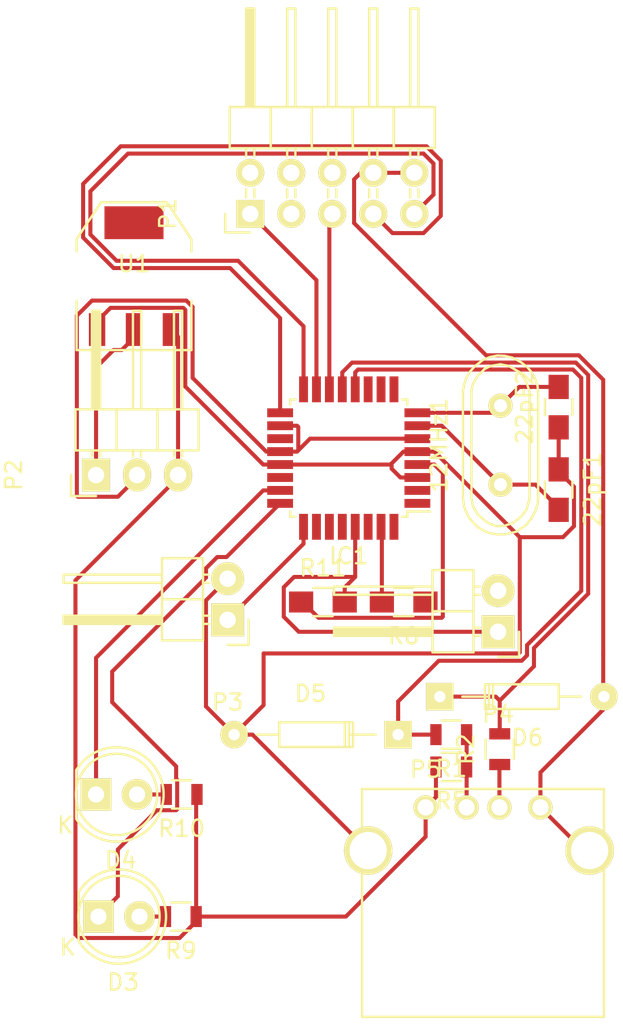
<source format=kicad_pcb>
(kicad_pcb (version 4) (host pcbnew "(2015-07-11 BZR 5925, Git c291b88)-product")

  (general
    (links 52)
    (no_connects 18)
    (area 0 0 0 0)
    (thickness 1.6)
    (drawings 5)
    (tracks 196)
    (zones 0)
    (modules 21)
    (nets 35)
  )

  (page A4)
  (layers
    (0 F.Cu signal)
    (31 B.Cu signal)
    (32 B.Adhes user)
    (33 F.Adhes user)
    (34 B.Paste user hide)
    (35 F.Paste user)
    (36 B.SilkS user)
    (37 F.SilkS user)
    (38 B.Mask user)
    (39 F.Mask user)
    (40 Dwgs.User user)
    (41 Cmts.User user)
    (42 Eco1.User user)
    (43 Eco2.User user)
    (44 Edge.Cuts user)
    (45 Margin user)
    (46 B.CrtYd user)
    (47 F.CrtYd user)
    (48 B.Fab user)
    (49 F.Fab user)
  )

  (setup
    (last_trace_width 0.25)
    (trace_clearance 0.2)
    (zone_clearance 0.508)
    (zone_45_only no)
    (trace_min 0.2)
    (segment_width 0.2)
    (edge_width 0.1)
    (via_size 0.6)
    (via_drill 0.4)
    (via_min_size 0.4)
    (via_min_drill 0.3)
    (uvia_size 0.3)
    (uvia_drill 0.1)
    (uvias_allowed no)
    (uvia_min_size 0.2)
    (uvia_min_drill 0.1)
    (pcb_text_width 0.3)
    (pcb_text_size 1.5 1.5)
    (mod_edge_width 0.15)
    (mod_text_size 1 1)
    (mod_text_width 0.15)
    (pad_size 1.5 1.5)
    (pad_drill 0.6)
    (pad_to_mask_clearance 0)
    (aux_axis_origin 0 0)
    (visible_elements FFFFFF7F)
    (pcbplotparams
      (layerselection 0x00030_80000001)
      (usegerberextensions false)
      (excludeedgelayer true)
      (linewidth 0.100000)
      (plotframeref false)
      (viasonmask false)
      (mode 1)
      (useauxorigin false)
      (hpglpennumber 1)
      (hpglpenspeed 20)
      (hpglpendiameter 15)
      (hpglpenoverlay 2)
      (psnegative false)
      (psa4output false)
      (plotreference true)
      (plotvalue true)
      (plotinvisibletext false)
      (padsonsilk false)
      (subtractmaskfromsilk false)
      (outputformat 1)
      (mirror false)
      (drillshape 1)
      (scaleselection 1)
      (outputdirectory ""))
  )

  (net 0 "")
  (net 1 XTAL1)
  (net 2 XTAL2)
  (net 3 GND)
  (net 4 LED1)
  (net 5 "Net-(D3-Pad2)")
  (net 6 LED2)
  (net 7 "Net-(D4-Pad2)")
  (net 8 USB_D-)
  (net 9 USB_D+)
  (net 10 MOSI)
  (net 11 VCC)
  (net 12 TXD)
  (net 13 RST_SS)
  (net 14 RXD)
  (net 15 SCK)
  (net 16 MISO)
  (net 17 "Net-(P2-Pad1)")
  (net 18 +5V)
  (net 19 SlowCLK)
  (net 20 Reset)
  (net 21 "Net-(P5-Pad3)")
  (net 22 "Net-(P5-Pad2)")
  (net 23 "Net-(IC1-Pad31)")
  (net 24 "Net-(IC1-Pad1)")
  (net 25 "Net-(IC1-Pad2)")
  (net 26 "Net-(IC1-Pad9)")
  (net 27 "Net-(IC1-Pad10)")
  (net 28 "Net-(IC1-Pad11)")
  (net 29 "Net-(IC1-Pad19)")
  (net 30 "Net-(IC1-Pad22)")
  (net 31 "Net-(IC1-Pad26)")
  (net 32 "Net-(IC1-Pad27)")
  (net 33 "Net-(IC1-Pad28)")
  (net 34 "Net-(IC1-Pad32)")

  (net_class Default "This is the default net class."
    (clearance 0.2)
    (trace_width 0.25)
    (via_dia 0.6)
    (via_drill 0.4)
    (uvia_dia 0.3)
    (uvia_drill 0.1)
    (add_net +5V)
    (add_net GND)
    (add_net LED1)
    (add_net LED2)
    (add_net MISO)
    (add_net MOSI)
    (add_net "Net-(D3-Pad2)")
    (add_net "Net-(D4-Pad2)")
    (add_net "Net-(IC1-Pad1)")
    (add_net "Net-(IC1-Pad10)")
    (add_net "Net-(IC1-Pad11)")
    (add_net "Net-(IC1-Pad19)")
    (add_net "Net-(IC1-Pad2)")
    (add_net "Net-(IC1-Pad22)")
    (add_net "Net-(IC1-Pad26)")
    (add_net "Net-(IC1-Pad27)")
    (add_net "Net-(IC1-Pad28)")
    (add_net "Net-(IC1-Pad31)")
    (add_net "Net-(IC1-Pad32)")
    (add_net "Net-(IC1-Pad9)")
    (add_net "Net-(P2-Pad1)")
    (add_net "Net-(P5-Pad2)")
    (add_net "Net-(P5-Pad3)")
    (add_net RST_SS)
    (add_net RXD)
    (add_net Reset)
    (add_net SCK)
    (add_net SlowCLK)
    (add_net TXD)
    (add_net USB_D+)
    (add_net USB_D-)
    (add_net VCC)
    (add_net XTAL1)
    (add_net XTAL2)
  )

  (module Resistors_SMD:R_0805 (layer F.Cu) (tedit 5415CDEB) (tstamp 55C151DE)
    (at 137.45 119.1 90)
    (descr "Resistor SMD 0805, reflow soldering, Vishay (see dcrcw.pdf)")
    (tags "resistor 0805")
    (path /55BF28BD)
    (attr smd)
    (fp_text reference R2 (at 0 -2.1 90) (layer F.SilkS)
      (effects (font (size 1 1) (thickness 0.15)))
    )
    (fp_text value 68 (at 0 2.1 90) (layer F.Fab)
      (effects (font (size 1 1) (thickness 0.15)))
    )
    (fp_line (start -1.6 -1) (end 1.6 -1) (layer F.CrtYd) (width 0.05))
    (fp_line (start -1.6 1) (end 1.6 1) (layer F.CrtYd) (width 0.05))
    (fp_line (start -1.6 -1) (end -1.6 1) (layer F.CrtYd) (width 0.05))
    (fp_line (start 1.6 -1) (end 1.6 1) (layer F.CrtYd) (width 0.05))
    (fp_line (start 0.6 0.875) (end -0.6 0.875) (layer F.SilkS) (width 0.15))
    (fp_line (start -0.6 -0.875) (end 0.6 -0.875) (layer F.SilkS) (width 0.15))
    (pad 1 smd rect (at -0.95 0 90) (size 0.7 1.3) (layers F.Cu F.Paste F.Mask)
      (net 21 "Net-(P5-Pad3)"))
    (pad 2 smd rect (at 0.95 0 90) (size 0.7 1.3) (layers F.Cu F.Paste F.Mask)
      (net 9 USB_D+))
    (model Resistors_SMD.3dshapes/R_0805.wrl
      (at (xyz 0 0 0))
      (scale (xyz 1 1 1))
      (rotate (xyz 0 0 0))
    )
  )

  (module Pin_Headers:Pin_Header_Angled_2x05 (layer F.Cu) (tedit 0) (tstamp 55C15141)
    (at 122 86 90)
    (descr "Through hole pin header")
    (tags "pin header")
    (path /55BF1D85)
    (fp_text reference P1 (at 0 -5.1 90) (layer F.SilkS)
      (effects (font (size 1 1) (thickness 0.15)))
    )
    (fp_text value ISP (at 0 -3.1 90) (layer F.Fab)
      (effects (font (size 1 1) (thickness 0.15)))
    )
    (fp_line (start -1.35 -1.75) (end -1.35 11.95) (layer F.CrtYd) (width 0.05))
    (fp_line (start 13.2 -1.75) (end 13.2 11.95) (layer F.CrtYd) (width 0.05))
    (fp_line (start -1.35 -1.75) (end 13.2 -1.75) (layer F.CrtYd) (width 0.05))
    (fp_line (start -1.35 11.95) (end 13.2 11.95) (layer F.CrtYd) (width 0.05))
    (fp_line (start 1.524 10.414) (end 1.016 10.414) (layer F.SilkS) (width 0.15))
    (fp_line (start 1.524 9.906) (end 1.016 9.906) (layer F.SilkS) (width 0.15))
    (fp_line (start 1.524 7.874) (end 1.016 7.874) (layer F.SilkS) (width 0.15))
    (fp_line (start 1.524 7.366) (end 1.016 7.366) (layer F.SilkS) (width 0.15))
    (fp_line (start 1.524 -0.254) (end 1.016 -0.254) (layer F.SilkS) (width 0.15))
    (fp_line (start 1.524 0.254) (end 1.016 0.254) (layer F.SilkS) (width 0.15))
    (fp_line (start 1.524 5.334) (end 1.016 5.334) (layer F.SilkS) (width 0.15))
    (fp_line (start 1.524 4.826) (end 1.016 4.826) (layer F.SilkS) (width 0.15))
    (fp_line (start 1.524 2.794) (end 1.016 2.794) (layer F.SilkS) (width 0.15))
    (fp_line (start 1.524 2.286) (end 1.016 2.286) (layer F.SilkS) (width 0.15))
    (fp_line (start 4.064 10.414) (end 3.556 10.414) (layer F.SilkS) (width 0.15))
    (fp_line (start 4.064 9.906) (end 3.556 9.906) (layer F.SilkS) (width 0.15))
    (fp_line (start 4.064 -0.254) (end 3.556 -0.254) (layer F.SilkS) (width 0.15))
    (fp_line (start 4.064 0.254) (end 3.556 0.254) (layer F.SilkS) (width 0.15))
    (fp_line (start 4.064 2.286) (end 3.556 2.286) (layer F.SilkS) (width 0.15))
    (fp_line (start 4.064 2.794) (end 3.556 2.794) (layer F.SilkS) (width 0.15))
    (fp_line (start 4.064 7.874) (end 3.556 7.874) (layer F.SilkS) (width 0.15))
    (fp_line (start 4.064 7.366) (end 3.556 7.366) (layer F.SilkS) (width 0.15))
    (fp_line (start 4.064 5.334) (end 3.556 5.334) (layer F.SilkS) (width 0.15))
    (fp_line (start 4.064 4.826) (end 3.556 4.826) (layer F.SilkS) (width 0.15))
    (fp_line (start 0 -1.55) (end -1.15 -1.55) (layer F.SilkS) (width 0.15))
    (fp_line (start -1.15 -1.55) (end -1.15 0) (layer F.SilkS) (width 0.15))
    (fp_line (start 6.604 -0.127) (end 12.573 -0.127) (layer F.SilkS) (width 0.15))
    (fp_line (start 12.573 -0.127) (end 12.573 0.127) (layer F.SilkS) (width 0.15))
    (fp_line (start 12.573 0.127) (end 6.731 0.127) (layer F.SilkS) (width 0.15))
    (fp_line (start 6.731 0.127) (end 6.731 0) (layer F.SilkS) (width 0.15))
    (fp_line (start 6.731 0) (end 12.573 0) (layer F.SilkS) (width 0.15))
    (fp_line (start 4.064 8.89) (end 6.604 8.89) (layer F.SilkS) (width 0.15))
    (fp_line (start 4.064 8.89) (end 4.064 11.43) (layer F.SilkS) (width 0.15))
    (fp_line (start 6.604 9.906) (end 12.7 9.906) (layer F.SilkS) (width 0.15))
    (fp_line (start 12.7 9.906) (end 12.7 10.414) (layer F.SilkS) (width 0.15))
    (fp_line (start 12.7 10.414) (end 6.604 10.414) (layer F.SilkS) (width 0.15))
    (fp_line (start 6.604 11.43) (end 6.604 8.89) (layer F.SilkS) (width 0.15))
    (fp_line (start 4.064 11.43) (end 6.604 11.43) (layer F.SilkS) (width 0.15))
    (fp_line (start 4.064 3.81) (end 6.604 3.81) (layer F.SilkS) (width 0.15))
    (fp_line (start 4.064 3.81) (end 4.064 6.35) (layer F.SilkS) (width 0.15))
    (fp_line (start 4.064 6.35) (end 6.604 6.35) (layer F.SilkS) (width 0.15))
    (fp_line (start 6.604 4.826) (end 12.7 4.826) (layer F.SilkS) (width 0.15))
    (fp_line (start 12.7 4.826) (end 12.7 5.334) (layer F.SilkS) (width 0.15))
    (fp_line (start 12.7 5.334) (end 6.604 5.334) (layer F.SilkS) (width 0.15))
    (fp_line (start 6.604 6.35) (end 6.604 3.81) (layer F.SilkS) (width 0.15))
    (fp_line (start 6.604 8.89) (end 6.604 6.35) (layer F.SilkS) (width 0.15))
    (fp_line (start 12.7 7.874) (end 6.604 7.874) (layer F.SilkS) (width 0.15))
    (fp_line (start 12.7 7.366) (end 12.7 7.874) (layer F.SilkS) (width 0.15))
    (fp_line (start 6.604 7.366) (end 12.7 7.366) (layer F.SilkS) (width 0.15))
    (fp_line (start 4.064 8.89) (end 6.604 8.89) (layer F.SilkS) (width 0.15))
    (fp_line (start 4.064 6.35) (end 4.064 8.89) (layer F.SilkS) (width 0.15))
    (fp_line (start 4.064 6.35) (end 6.604 6.35) (layer F.SilkS) (width 0.15))
    (fp_line (start 4.064 1.27) (end 6.604 1.27) (layer F.SilkS) (width 0.15))
    (fp_line (start 4.064 1.27) (end 4.064 3.81) (layer F.SilkS) (width 0.15))
    (fp_line (start 4.064 3.81) (end 6.604 3.81) (layer F.SilkS) (width 0.15))
    (fp_line (start 6.604 2.286) (end 12.7 2.286) (layer F.SilkS) (width 0.15))
    (fp_line (start 12.7 2.286) (end 12.7 2.794) (layer F.SilkS) (width 0.15))
    (fp_line (start 12.7 2.794) (end 6.604 2.794) (layer F.SilkS) (width 0.15))
    (fp_line (start 6.604 3.81) (end 6.604 1.27) (layer F.SilkS) (width 0.15))
    (fp_line (start 6.604 1.27) (end 6.604 -1.27) (layer F.SilkS) (width 0.15))
    (fp_line (start 12.7 0.254) (end 6.604 0.254) (layer F.SilkS) (width 0.15))
    (fp_line (start 12.7 -0.254) (end 12.7 0.254) (layer F.SilkS) (width 0.15))
    (fp_line (start 6.604 -0.254) (end 12.7 -0.254) (layer F.SilkS) (width 0.15))
    (fp_line (start 4.064 1.27) (end 6.604 1.27) (layer F.SilkS) (width 0.15))
    (fp_line (start 4.064 -1.27) (end 4.064 1.27) (layer F.SilkS) (width 0.15))
    (fp_line (start 4.064 -1.27) (end 6.604 -1.27) (layer F.SilkS) (width 0.15))
    (pad 1 thru_hole rect (at 0 0 90) (size 1.7272 1.7272) (drill 1.016) (layers *.Cu *.Mask F.SilkS)
      (net 10 MOSI))
    (pad 2 thru_hole oval (at 2.54 0 90) (size 1.7272 1.7272) (drill 1.016) (layers *.Cu *.Mask F.SilkS)
      (net 11 VCC))
    (pad 3 thru_hole oval (at 0 2.54 90) (size 1.7272 1.7272) (drill 1.016) (layers *.Cu *.Mask F.SilkS)
      (net 3 GND))
    (pad 4 thru_hole oval (at 2.54 2.54 90) (size 1.7272 1.7272) (drill 1.016) (layers *.Cu *.Mask F.SilkS)
      (net 12 TXD))
    (pad 5 thru_hole oval (at 0 5.08 90) (size 1.7272 1.7272) (drill 1.016) (layers *.Cu *.Mask F.SilkS)
      (net 13 RST_SS))
    (pad 6 thru_hole oval (at 2.54 5.08 90) (size 1.7272 1.7272) (drill 1.016) (layers *.Cu *.Mask F.SilkS)
      (net 14 RXD))
    (pad 7 thru_hole oval (at 0 7.62 90) (size 1.7272 1.7272) (drill 1.016) (layers *.Cu *.Mask F.SilkS)
      (net 15 SCK))
    (pad 8 thru_hole oval (at 2.54 7.62 90) (size 1.7272 1.7272) (drill 1.016) (layers *.Cu *.Mask F.SilkS)
      (net 3 GND))
    (pad 9 thru_hole oval (at 0 10.16 90) (size 1.7272 1.7272) (drill 1.016) (layers *.Cu *.Mask F.SilkS)
      (net 16 MISO))
    (pad 10 thru_hole oval (at 2.54 10.16 90) (size 1.7272 1.7272) (drill 1.016) (layers *.Cu *.Mask F.SilkS)
      (net 3 GND))
    (model Pin_Headers.3dshapes/Pin_Header_Angled_2x05.wrl
      (at (xyz 0.05 -0.2 0))
      (scale (xyz 1 1 1))
      (rotate (xyz 0 0 90))
    )
  )

  (module Resistors_SMD:R_0805 (layer F.Cu) (tedit 5415CDEB) (tstamp 55C15202)
    (at 117.7 129.45 180)
    (descr "Resistor SMD 0805, reflow soldering, Vishay (see dcrcw.pdf)")
    (tags "resistor 0805")
    (path /55BF4D38)
    (attr smd)
    (fp_text reference R9 (at 0 -2.1 180) (layer F.SilkS)
      (effects (font (size 1 1) (thickness 0.15)))
    )
    (fp_text value 1K (at 0 2.1 180) (layer F.Fab)
      (effects (font (size 1 1) (thickness 0.15)))
    )
    (fp_line (start -1.6 -1) (end 1.6 -1) (layer F.CrtYd) (width 0.05))
    (fp_line (start -1.6 1) (end 1.6 1) (layer F.CrtYd) (width 0.05))
    (fp_line (start -1.6 -1) (end -1.6 1) (layer F.CrtYd) (width 0.05))
    (fp_line (start 1.6 -1) (end 1.6 1) (layer F.CrtYd) (width 0.05))
    (fp_line (start 0.6 0.875) (end -0.6 0.875) (layer F.SilkS) (width 0.15))
    (fp_line (start -0.6 -0.875) (end 0.6 -0.875) (layer F.SilkS) (width 0.15))
    (pad 1 smd rect (at -0.95 0 180) (size 0.7 1.3) (layers F.Cu F.Paste F.Mask)
      (net 18 +5V))
    (pad 2 smd rect (at 0.95 0 180) (size 0.7 1.3) (layers F.Cu F.Paste F.Mask)
      (net 5 "Net-(D3-Pad2)"))
    (model Resistors_SMD.3dshapes/R_0805.wrl
      (at (xyz 0 0 0))
      (scale (xyz 1 1 1))
      (rotate (xyz 0 0 0))
    )
  )

  (module Crystals:Crystal_HC49-U_Vertical (layer F.Cu) (tedit 0) (tstamp 55C150A3)
    (at 137.5 100.3 90)
    (descr "Crystal, Quarz, HC49/U, vertical, stehend,")
    (tags "Crystal, Quarz, HC49/U, vertical, stehend,")
    (path /55BF186C)
    (fp_text reference 12MHz1 (at 0 -3.81 90) (layer F.SilkS)
      (effects (font (size 1 1) (thickness 0.15)))
    )
    (fp_text value Crystal (at 0 3.81 90) (layer F.Fab)
      (effects (font (size 1 1) (thickness 0.15)))
    )
    (fp_line (start 4.699 -1.00076) (end 4.89966 -0.59944) (layer F.SilkS) (width 0.15))
    (fp_line (start 4.89966 -0.59944) (end 5.00126 0) (layer F.SilkS) (width 0.15))
    (fp_line (start 5.00126 0) (end 4.89966 0.50038) (layer F.SilkS) (width 0.15))
    (fp_line (start 4.89966 0.50038) (end 4.50088 1.19888) (layer F.SilkS) (width 0.15))
    (fp_line (start 4.50088 1.19888) (end 3.8989 1.6002) (layer F.SilkS) (width 0.15))
    (fp_line (start 3.8989 1.6002) (end 3.29946 1.80086) (layer F.SilkS) (width 0.15))
    (fp_line (start 3.29946 1.80086) (end -3.29946 1.80086) (layer F.SilkS) (width 0.15))
    (fp_line (start -3.29946 1.80086) (end -4.0005 1.6002) (layer F.SilkS) (width 0.15))
    (fp_line (start -4.0005 1.6002) (end -4.39928 1.30048) (layer F.SilkS) (width 0.15))
    (fp_line (start -4.39928 1.30048) (end -4.8006 0.8001) (layer F.SilkS) (width 0.15))
    (fp_line (start -4.8006 0.8001) (end -5.00126 0.20066) (layer F.SilkS) (width 0.15))
    (fp_line (start -5.00126 0.20066) (end -5.00126 -0.29972) (layer F.SilkS) (width 0.15))
    (fp_line (start -5.00126 -0.29972) (end -4.8006 -0.8001) (layer F.SilkS) (width 0.15))
    (fp_line (start -4.8006 -0.8001) (end -4.30022 -1.39954) (layer F.SilkS) (width 0.15))
    (fp_line (start -4.30022 -1.39954) (end -3.79984 -1.69926) (layer F.SilkS) (width 0.15))
    (fp_line (start -3.79984 -1.69926) (end -3.29946 -1.80086) (layer F.SilkS) (width 0.15))
    (fp_line (start -3.2004 -1.80086) (end 3.40106 -1.80086) (layer F.SilkS) (width 0.15))
    (fp_line (start 3.40106 -1.80086) (end 3.79984 -1.69926) (layer F.SilkS) (width 0.15))
    (fp_line (start 3.79984 -1.69926) (end 4.30022 -1.39954) (layer F.SilkS) (width 0.15))
    (fp_line (start 4.30022 -1.39954) (end 4.8006 -0.89916) (layer F.SilkS) (width 0.15))
    (fp_line (start -3.19024 -2.32918) (end -3.64998 -2.28092) (layer F.SilkS) (width 0.15))
    (fp_line (start -3.64998 -2.28092) (end -4.04876 -2.16916) (layer F.SilkS) (width 0.15))
    (fp_line (start -4.04876 -2.16916) (end -4.48056 -1.95072) (layer F.SilkS) (width 0.15))
    (fp_line (start -4.48056 -1.95072) (end -4.77012 -1.71958) (layer F.SilkS) (width 0.15))
    (fp_line (start -4.77012 -1.71958) (end -5.10032 -1.36906) (layer F.SilkS) (width 0.15))
    (fp_line (start -5.10032 -1.36906) (end -5.38988 -0.83058) (layer F.SilkS) (width 0.15))
    (fp_line (start -5.38988 -0.83058) (end -5.51942 -0.23114) (layer F.SilkS) (width 0.15))
    (fp_line (start -5.51942 -0.23114) (end -5.51942 0.2794) (layer F.SilkS) (width 0.15))
    (fp_line (start -5.51942 0.2794) (end -5.34924 0.98044) (layer F.SilkS) (width 0.15))
    (fp_line (start -5.34924 0.98044) (end -4.95046 1.56972) (layer F.SilkS) (width 0.15))
    (fp_line (start -4.95046 1.56972) (end -4.49072 1.94056) (layer F.SilkS) (width 0.15))
    (fp_line (start -4.49072 1.94056) (end -4.06908 2.14884) (layer F.SilkS) (width 0.15))
    (fp_line (start -4.06908 2.14884) (end -3.6195 2.30886) (layer F.SilkS) (width 0.15))
    (fp_line (start -3.6195 2.30886) (end -3.18008 2.33934) (layer F.SilkS) (width 0.15))
    (fp_line (start 4.16052 2.1209) (end 4.53898 1.89992) (layer F.SilkS) (width 0.15))
    (fp_line (start 4.53898 1.89992) (end 4.85902 1.62052) (layer F.SilkS) (width 0.15))
    (fp_line (start 4.85902 1.62052) (end 5.11048 1.29032) (layer F.SilkS) (width 0.15))
    (fp_line (start 5.11048 1.29032) (end 5.4102 0.73914) (layer F.SilkS) (width 0.15))
    (fp_line (start 5.4102 0.73914) (end 5.51942 0.26924) (layer F.SilkS) (width 0.15))
    (fp_line (start 5.51942 0.26924) (end 5.53974 -0.1905) (layer F.SilkS) (width 0.15))
    (fp_line (start 5.53974 -0.1905) (end 5.45084 -0.65024) (layer F.SilkS) (width 0.15))
    (fp_line (start 5.45084 -0.65024) (end 5.26034 -1.09982) (layer F.SilkS) (width 0.15))
    (fp_line (start 5.26034 -1.09982) (end 4.89966 -1.56972) (layer F.SilkS) (width 0.15))
    (fp_line (start 4.89966 -1.56972) (end 4.54914 -1.88976) (layer F.SilkS) (width 0.15))
    (fp_line (start 4.54914 -1.88976) (end 4.16052 -2.1209) (layer F.SilkS) (width 0.15))
    (fp_line (start 4.16052 -2.1209) (end 3.73126 -2.2606) (layer F.SilkS) (width 0.15))
    (fp_line (start 3.73126 -2.2606) (end 3.2893 -2.32918) (layer F.SilkS) (width 0.15))
    (fp_line (start -3.2004 2.32918) (end 3.2512 2.32918) (layer F.SilkS) (width 0.15))
    (fp_line (start 3.2512 2.32918) (end 3.6703 2.29108) (layer F.SilkS) (width 0.15))
    (fp_line (start 3.6703 2.29108) (end 4.16052 2.1209) (layer F.SilkS) (width 0.15))
    (fp_line (start -3.2004 -2.32918) (end 3.2512 -2.32918) (layer F.SilkS) (width 0.15))
    (pad 1 thru_hole circle (at -2.44094 0 90) (size 1.50114 1.50114) (drill 0.8001) (layers *.Cu *.Mask F.SilkS)
      (net 1 XTAL1))
    (pad 2 thru_hole circle (at 2.44094 0 90) (size 1.50114 1.50114) (drill 0.8001) (layers *.Cu *.Mask F.SilkS)
      (net 2 XTAL2))
  )

  (module Capacitors_SMD:C_0805_HandSoldering (layer F.Cu) (tedit 541A9B8D) (tstamp 55C150AF)
    (at 141.1 103.05 270)
    (descr "Capacitor SMD 0805, hand soldering")
    (tags "capacitor 0805")
    (path /55BF1990)
    (attr smd)
    (fp_text reference 22pF1 (at 0 -2.1 270) (layer F.SilkS)
      (effects (font (size 1 1) (thickness 0.15)))
    )
    (fp_text value C1 (at 0 2.1 270) (layer F.Fab)
      (effects (font (size 1 1) (thickness 0.15)))
    )
    (fp_line (start -2.3 -1) (end 2.3 -1) (layer F.CrtYd) (width 0.05))
    (fp_line (start -2.3 1) (end 2.3 1) (layer F.CrtYd) (width 0.05))
    (fp_line (start -2.3 -1) (end -2.3 1) (layer F.CrtYd) (width 0.05))
    (fp_line (start 2.3 -1) (end 2.3 1) (layer F.CrtYd) (width 0.05))
    (fp_line (start 0.5 -0.85) (end -0.5 -0.85) (layer F.SilkS) (width 0.15))
    (fp_line (start -0.5 0.85) (end 0.5 0.85) (layer F.SilkS) (width 0.15))
    (pad 1 smd rect (at -1.25 0 270) (size 1.5 1.25) (layers F.Cu F.Paste F.Mask)
      (net 3 GND))
    (pad 2 smd rect (at 1.25 0 270) (size 1.5 1.25) (layers F.Cu F.Paste F.Mask)
      (net 1 XTAL1))
    (model Capacitors_SMD.3dshapes/C_0805_HandSoldering.wrl
      (at (xyz 0 0 0))
      (scale (xyz 1 1 1))
      (rotate (xyz 0 0 0))
    )
  )

  (module Capacitors_SMD:C_0805_HandSoldering (layer F.Cu) (tedit 541A9B8D) (tstamp 55C150BB)
    (at 141.1 97.95 90)
    (descr "Capacitor SMD 0805, hand soldering")
    (tags "capacitor 0805")
    (path /55BF19B7)
    (attr smd)
    (fp_text reference 22pF2 (at 0 -2.1 90) (layer F.SilkS)
      (effects (font (size 1 1) (thickness 0.15)))
    )
    (fp_text value C2 (at 0 2.1 90) (layer F.Fab)
      (effects (font (size 1 1) (thickness 0.15)))
    )
    (fp_line (start -2.3 -1) (end 2.3 -1) (layer F.CrtYd) (width 0.05))
    (fp_line (start -2.3 1) (end 2.3 1) (layer F.CrtYd) (width 0.05))
    (fp_line (start -2.3 -1) (end -2.3 1) (layer F.CrtYd) (width 0.05))
    (fp_line (start 2.3 -1) (end 2.3 1) (layer F.CrtYd) (width 0.05))
    (fp_line (start 0.5 -0.85) (end -0.5 -0.85) (layer F.SilkS) (width 0.15))
    (fp_line (start -0.5 0.85) (end 0.5 0.85) (layer F.SilkS) (width 0.15))
    (pad 1 smd rect (at -1.25 0 90) (size 1.5 1.25) (layers F.Cu F.Paste F.Mask)
      (net 3 GND))
    (pad 2 smd rect (at 1.25 0 90) (size 1.5 1.25) (layers F.Cu F.Paste F.Mask)
      (net 2 XTAL2))
    (model Capacitors_SMD.3dshapes/C_0805_HandSoldering.wrl
      (at (xyz 0 0 0))
      (scale (xyz 1 1 1))
      (rotate (xyz 0 0 0))
    )
  )

  (module LEDs:LED-5MM (layer F.Cu) (tedit 5570F7EA) (tstamp 55C150C7)
    (at 112.6 129.45)
    (descr "LED 5mm round vertical")
    (tags "LED 5mm round vertical")
    (path /55BF4A9C)
    (fp_text reference D3 (at 1.524 4.064) (layer F.SilkS)
      (effects (font (size 1 1) (thickness 0.15)))
    )
    (fp_text value LED_GREEN (at 1.524 -3.937) (layer F.Fab)
      (effects (font (size 1 1) (thickness 0.15)))
    )
    (fp_line (start -1.5 -1.55) (end -1.5 1.55) (layer F.CrtYd) (width 0.05))
    (fp_arc (start 1.3 0) (end -1.5 1.55) (angle -302) (layer F.CrtYd) (width 0.05))
    (fp_arc (start 1.27 0) (end -1.23 -1.5) (angle 297.5) (layer F.SilkS) (width 0.15))
    (fp_line (start -1.23 1.5) (end -1.23 -1.5) (layer F.SilkS) (width 0.15))
    (fp_circle (center 1.27 0) (end 0.97 -2.5) (layer F.SilkS) (width 0.15))
    (fp_text user K (at -1.905 1.905) (layer F.SilkS)
      (effects (font (size 1 1) (thickness 0.15)))
    )
    (pad 1 thru_hole rect (at 0 0 90) (size 2 1.9) (drill 1.00076) (layers *.Cu *.Mask F.SilkS)
      (net 4 LED1))
    (pad 2 thru_hole circle (at 2.54 0) (size 1.9 1.9) (drill 1.00076) (layers *.Cu *.Mask F.SilkS)
      (net 5 "Net-(D3-Pad2)"))
    (model LEDs.3dshapes/LED-5MM.wrl
      (at (xyz 0.05 0 0))
      (scale (xyz 1 1 1))
      (rotate (xyz 0 0 90))
    )
  )

  (module LEDs:LED-5MM (layer F.Cu) (tedit 5570F7EA) (tstamp 55C150D3)
    (at 112.45 121.9)
    (descr "LED 5mm round vertical")
    (tags "LED 5mm round vertical")
    (path /55BF4AD5)
    (fp_text reference D4 (at 1.524 4.064) (layer F.SilkS)
      (effects (font (size 1 1) (thickness 0.15)))
    )
    (fp_text value LED_RED (at 1.524 -3.937) (layer F.Fab)
      (effects (font (size 1 1) (thickness 0.15)))
    )
    (fp_line (start -1.5 -1.55) (end -1.5 1.55) (layer F.CrtYd) (width 0.05))
    (fp_arc (start 1.3 0) (end -1.5 1.55) (angle -302) (layer F.CrtYd) (width 0.05))
    (fp_arc (start 1.27 0) (end -1.23 -1.5) (angle 297.5) (layer F.SilkS) (width 0.15))
    (fp_line (start -1.23 1.5) (end -1.23 -1.5) (layer F.SilkS) (width 0.15))
    (fp_circle (center 1.27 0) (end 0.97 -2.5) (layer F.SilkS) (width 0.15))
    (fp_text user K (at -1.905 1.905) (layer F.SilkS)
      (effects (font (size 1 1) (thickness 0.15)))
    )
    (pad 1 thru_hole rect (at 0 0 90) (size 2 1.9) (drill 1.00076) (layers *.Cu *.Mask F.SilkS)
      (net 6 LED2))
    (pad 2 thru_hole circle (at 2.54 0) (size 1.9 1.9) (drill 1.00076) (layers *.Cu *.Mask F.SilkS)
      (net 7 "Net-(D4-Pad2)"))
    (model LEDs.3dshapes/LED-5MM.wrl
      (at (xyz 0.05 0 0))
      (scale (xyz 1 1 1))
      (rotate (xyz 0 0 90))
    )
  )

  (module Diodes_ThroughHole:Diode_DO-35_SOD27_Horizontal_RM10 (layer F.Cu) (tedit 552FFC30) (tstamp 55C150E2)
    (at 131.16052 118.19746 180)
    (descr "Diode, DO-35,  SOD27, Horizontal, RM 10mm")
    (tags "Diode, DO-35, SOD27, Horizontal, RM 10mm, 1N4148,")
    (path /55BF2D5F)
    (fp_text reference D5 (at 5.43052 2.53746 180) (layer F.SilkS)
      (effects (font (size 1 1) (thickness 0.15)))
    )
    (fp_text value ZENERsmall (at 4.41452 -3.55854 180) (layer F.Fab)
      (effects (font (size 1 1) (thickness 0.15)))
    )
    (fp_line (start 7.36652 -0.00254) (end 8.76352 -0.00254) (layer F.SilkS) (width 0.15))
    (fp_line (start 2.92152 -0.00254) (end 1.39752 -0.00254) (layer F.SilkS) (width 0.15))
    (fp_line (start 3.30252 -0.76454) (end 3.30252 0.75946) (layer F.SilkS) (width 0.15))
    (fp_line (start 3.04852 -0.76454) (end 3.04852 0.75946) (layer F.SilkS) (width 0.15))
    (fp_line (start 2.79452 -0.00254) (end 2.79452 0.75946) (layer F.SilkS) (width 0.15))
    (fp_line (start 2.79452 0.75946) (end 7.36652 0.75946) (layer F.SilkS) (width 0.15))
    (fp_line (start 7.36652 0.75946) (end 7.36652 -0.76454) (layer F.SilkS) (width 0.15))
    (fp_line (start 7.36652 -0.76454) (end 2.79452 -0.76454) (layer F.SilkS) (width 0.15))
    (fp_line (start 2.79452 -0.76454) (end 2.79452 -0.00254) (layer F.SilkS) (width 0.15))
    (pad 2 thru_hole circle (at 10.16052 -0.00254) (size 1.69926 1.69926) (drill 0.70104) (layers *.Cu *.Mask F.SilkS)
      (net 3 GND))
    (pad 1 thru_hole rect (at 0.00052 -0.00254) (size 1.69926 1.69926) (drill 0.70104) (layers *.Cu *.Mask F.SilkS)
      (net 8 USB_D-))
    (model Diodes_ThroughHole.3dshapes/Diode_DO-35_SOD27_Horizontal_RM10.wrl
      (at (xyz 0.2 0 0))
      (scale (xyz 0.4 0.4 0.4))
      (rotate (xyz 0 0 180))
    )
  )

  (module Diodes_ThroughHole:Diode_DO-35_SOD27_Horizontal_RM10 (layer F.Cu) (tedit 552FFC30) (tstamp 55C150F1)
    (at 133.73948 115.85254)
    (descr "Diode, DO-35,  SOD27, Horizontal, RM 10mm")
    (tags "Diode, DO-35, SOD27, Horizontal, RM 10mm, 1N4148,")
    (path /55BF2D28)
    (fp_text reference D6 (at 5.43052 2.53746) (layer F.SilkS)
      (effects (font (size 1 1) (thickness 0.15)))
    )
    (fp_text value ZENERsmall (at 4.41452 -3.55854) (layer F.Fab)
      (effects (font (size 1 1) (thickness 0.15)))
    )
    (fp_line (start 7.36652 -0.00254) (end 8.76352 -0.00254) (layer F.SilkS) (width 0.15))
    (fp_line (start 2.92152 -0.00254) (end 1.39752 -0.00254) (layer F.SilkS) (width 0.15))
    (fp_line (start 3.30252 -0.76454) (end 3.30252 0.75946) (layer F.SilkS) (width 0.15))
    (fp_line (start 3.04852 -0.76454) (end 3.04852 0.75946) (layer F.SilkS) (width 0.15))
    (fp_line (start 2.79452 -0.00254) (end 2.79452 0.75946) (layer F.SilkS) (width 0.15))
    (fp_line (start 2.79452 0.75946) (end 7.36652 0.75946) (layer F.SilkS) (width 0.15))
    (fp_line (start 7.36652 0.75946) (end 7.36652 -0.76454) (layer F.SilkS) (width 0.15))
    (fp_line (start 7.36652 -0.76454) (end 2.79452 -0.76454) (layer F.SilkS) (width 0.15))
    (fp_line (start 2.79452 -0.76454) (end 2.79452 -0.00254) (layer F.SilkS) (width 0.15))
    (pad 2 thru_hole circle (at 10.16052 -0.00254 180) (size 1.69926 1.69926) (drill 0.70104) (layers *.Cu *.Mask F.SilkS)
      (net 3 GND))
    (pad 1 thru_hole rect (at 0.00052 -0.00254 180) (size 1.69926 1.69926) (drill 0.70104) (layers *.Cu *.Mask F.SilkS)
      (net 9 USB_D+))
    (model Diodes_ThroughHole.3dshapes/Diode_DO-35_SOD27_Horizontal_RM10.wrl
      (at (xyz 0.2 0 0))
      (scale (xyz 0.4 0.4 0.4))
      (rotate (xyz 0 0 180))
    )
  )

  (module Pin_Headers:Pin_Header_Angled_1x03 (layer F.Cu) (tedit 0) (tstamp 55C1516E)
    (at 112.45 102.15 90)
    (descr "Through hole pin header")
    (tags "pin header")
    (path /55BF3B0C)
    (fp_text reference P2 (at 0 -5.1 90) (layer F.SilkS)
      (effects (font (size 1 1) (thickness 0.15)))
    )
    (fp_text value VoltageSelect (at 0 -3.1 90) (layer F.Fab)
      (effects (font (size 1 1) (thickness 0.15)))
    )
    (fp_line (start -1.5 -1.75) (end -1.5 6.85) (layer F.CrtYd) (width 0.05))
    (fp_line (start 10.65 -1.75) (end 10.65 6.85) (layer F.CrtYd) (width 0.05))
    (fp_line (start -1.5 -1.75) (end 10.65 -1.75) (layer F.CrtYd) (width 0.05))
    (fp_line (start -1.5 6.85) (end 10.65 6.85) (layer F.CrtYd) (width 0.05))
    (fp_line (start -1.3 -1.55) (end -1.3 0) (layer F.SilkS) (width 0.15))
    (fp_line (start 0 -1.55) (end -1.3 -1.55) (layer F.SilkS) (width 0.15))
    (fp_line (start 4.191 -0.127) (end 10.033 -0.127) (layer F.SilkS) (width 0.15))
    (fp_line (start 10.033 -0.127) (end 10.033 0.127) (layer F.SilkS) (width 0.15))
    (fp_line (start 10.033 0.127) (end 4.191 0.127) (layer F.SilkS) (width 0.15))
    (fp_line (start 4.191 0.127) (end 4.191 0) (layer F.SilkS) (width 0.15))
    (fp_line (start 4.191 0) (end 10.033 0) (layer F.SilkS) (width 0.15))
    (fp_line (start 1.524 -0.254) (end 1.143 -0.254) (layer F.SilkS) (width 0.15))
    (fp_line (start 1.524 0.254) (end 1.143 0.254) (layer F.SilkS) (width 0.15))
    (fp_line (start 1.524 2.286) (end 1.143 2.286) (layer F.SilkS) (width 0.15))
    (fp_line (start 1.524 2.794) (end 1.143 2.794) (layer F.SilkS) (width 0.15))
    (fp_line (start 1.524 4.826) (end 1.143 4.826) (layer F.SilkS) (width 0.15))
    (fp_line (start 1.524 5.334) (end 1.143 5.334) (layer F.SilkS) (width 0.15))
    (fp_line (start 4.064 1.27) (end 4.064 -1.27) (layer F.SilkS) (width 0.15))
    (fp_line (start 10.16 0.254) (end 4.064 0.254) (layer F.SilkS) (width 0.15))
    (fp_line (start 10.16 -0.254) (end 10.16 0.254) (layer F.SilkS) (width 0.15))
    (fp_line (start 4.064 -0.254) (end 10.16 -0.254) (layer F.SilkS) (width 0.15))
    (fp_line (start 1.524 1.27) (end 4.064 1.27) (layer F.SilkS) (width 0.15))
    (fp_line (start 1.524 -1.27) (end 1.524 1.27) (layer F.SilkS) (width 0.15))
    (fp_line (start 1.524 -1.27) (end 4.064 -1.27) (layer F.SilkS) (width 0.15))
    (fp_line (start 1.524 3.81) (end 4.064 3.81) (layer F.SilkS) (width 0.15))
    (fp_line (start 1.524 3.81) (end 1.524 6.35) (layer F.SilkS) (width 0.15))
    (fp_line (start 4.064 4.826) (end 10.16 4.826) (layer F.SilkS) (width 0.15))
    (fp_line (start 10.16 4.826) (end 10.16 5.334) (layer F.SilkS) (width 0.15))
    (fp_line (start 10.16 5.334) (end 4.064 5.334) (layer F.SilkS) (width 0.15))
    (fp_line (start 4.064 6.35) (end 4.064 3.81) (layer F.SilkS) (width 0.15))
    (fp_line (start 4.064 3.81) (end 4.064 1.27) (layer F.SilkS) (width 0.15))
    (fp_line (start 10.16 2.794) (end 4.064 2.794) (layer F.SilkS) (width 0.15))
    (fp_line (start 10.16 2.286) (end 10.16 2.794) (layer F.SilkS) (width 0.15))
    (fp_line (start 4.064 2.286) (end 10.16 2.286) (layer F.SilkS) (width 0.15))
    (fp_line (start 1.524 3.81) (end 4.064 3.81) (layer F.SilkS) (width 0.15))
    (fp_line (start 1.524 1.27) (end 1.524 3.81) (layer F.SilkS) (width 0.15))
    (fp_line (start 1.524 1.27) (end 4.064 1.27) (layer F.SilkS) (width 0.15))
    (fp_line (start 1.524 6.35) (end 4.064 6.35) (layer F.SilkS) (width 0.15))
    (pad 1 thru_hole rect (at 0 0 90) (size 2.032 1.7272) (drill 1.016) (layers *.Cu *.Mask F.SilkS)
      (net 17 "Net-(P2-Pad1)"))
    (pad 2 thru_hole oval (at 0 2.54 90) (size 2.032 1.7272) (drill 1.016) (layers *.Cu *.Mask F.SilkS)
      (net 11 VCC))
    (pad 3 thru_hole oval (at 0 5.08 90) (size 2.032 1.7272) (drill 1.016) (layers *.Cu *.Mask F.SilkS)
      (net 18 +5V))
    (model Pin_Headers.3dshapes/Pin_Header_Angled_1x03.wrl
      (at (xyz 0 -0.1 0))
      (scale (xyz 1 1 1))
      (rotate (xyz 0 0 90))
    )
  )

  (module Pin_Headers:Pin_Header_Angled_1x02 (layer F.Cu) (tedit 0) (tstamp 55C15191)
    (at 120.6 111.1 180)
    (descr "Through hole pin header")
    (tags "pin header")
    (path /55BF5BA2)
    (fp_text reference P3 (at 0 -5.1 180) (layer F.SilkS)
      (effects (font (size 1 1) (thickness 0.15)))
    )
    (fp_text value SlowCLK (at 0 -3.1 180) (layer F.Fab)
      (effects (font (size 1 1) (thickness 0.15)))
    )
    (fp_line (start -1.5 -1.75) (end -1.5 4.3) (layer F.CrtYd) (width 0.05))
    (fp_line (start 10.65 -1.75) (end 10.65 4.3) (layer F.CrtYd) (width 0.05))
    (fp_line (start -1.5 -1.75) (end 10.65 -1.75) (layer F.CrtYd) (width 0.05))
    (fp_line (start -1.5 4.3) (end 10.65 4.3) (layer F.CrtYd) (width 0.05))
    (fp_line (start -1.3 -1.55) (end -1.3 0) (layer F.SilkS) (width 0.15))
    (fp_line (start 0 -1.55) (end -1.3 -1.55) (layer F.SilkS) (width 0.15))
    (fp_line (start 4.191 -0.127) (end 10.033 -0.127) (layer F.SilkS) (width 0.15))
    (fp_line (start 10.033 -0.127) (end 10.033 0.127) (layer F.SilkS) (width 0.15))
    (fp_line (start 10.033 0.127) (end 4.191 0.127) (layer F.SilkS) (width 0.15))
    (fp_line (start 4.191 0.127) (end 4.191 0) (layer F.SilkS) (width 0.15))
    (fp_line (start 4.191 0) (end 10.033 0) (layer F.SilkS) (width 0.15))
    (fp_line (start 1.524 -0.254) (end 1.143 -0.254) (layer F.SilkS) (width 0.15))
    (fp_line (start 1.524 0.254) (end 1.143 0.254) (layer F.SilkS) (width 0.15))
    (fp_line (start 1.524 2.286) (end 1.143 2.286) (layer F.SilkS) (width 0.15))
    (fp_line (start 1.524 2.794) (end 1.143 2.794) (layer F.SilkS) (width 0.15))
    (fp_line (start 1.524 -1.27) (end 4.064 -1.27) (layer F.SilkS) (width 0.15))
    (fp_line (start 1.524 1.27) (end 4.064 1.27) (layer F.SilkS) (width 0.15))
    (fp_line (start 1.524 1.27) (end 1.524 3.81) (layer F.SilkS) (width 0.15))
    (fp_line (start 1.524 3.81) (end 4.064 3.81) (layer F.SilkS) (width 0.15))
    (fp_line (start 4.064 2.286) (end 10.16 2.286) (layer F.SilkS) (width 0.15))
    (fp_line (start 10.16 2.286) (end 10.16 2.794) (layer F.SilkS) (width 0.15))
    (fp_line (start 10.16 2.794) (end 4.064 2.794) (layer F.SilkS) (width 0.15))
    (fp_line (start 4.064 3.81) (end 4.064 1.27) (layer F.SilkS) (width 0.15))
    (fp_line (start 4.064 1.27) (end 4.064 -1.27) (layer F.SilkS) (width 0.15))
    (fp_line (start 10.16 0.254) (end 4.064 0.254) (layer F.SilkS) (width 0.15))
    (fp_line (start 10.16 -0.254) (end 10.16 0.254) (layer F.SilkS) (width 0.15))
    (fp_line (start 4.064 -0.254) (end 10.16 -0.254) (layer F.SilkS) (width 0.15))
    (fp_line (start 1.524 1.27) (end 4.064 1.27) (layer F.SilkS) (width 0.15))
    (fp_line (start 1.524 -1.27) (end 1.524 1.27) (layer F.SilkS) (width 0.15))
    (pad 1 thru_hole rect (at 0 0 180) (size 2.032 2.032) (drill 1.016) (layers *.Cu *.Mask F.SilkS)
      (net 19 SlowCLK))
    (pad 2 thru_hole oval (at 0 2.54 180) (size 2.032 2.032) (drill 1.016) (layers *.Cu *.Mask F.SilkS)
      (net 3 GND))
    (model Pin_Headers.3dshapes/Pin_Header_Angled_1x02.wrl
      (at (xyz 0 -0.05 0))
      (scale (xyz 1 1 1))
      (rotate (xyz 0 0 90))
    )
  )

  (module Pin_Headers:Pin_Header_Angled_1x02 (layer F.Cu) (tedit 0) (tstamp 55C151B4)
    (at 137.35 111.84 180)
    (descr "Through hole pin header")
    (tags "pin header")
    (path /55BF5BDD)
    (fp_text reference P4 (at 0 -5.1 180) (layer F.SilkS)
      (effects (font (size 1 1) (thickness 0.15)))
    )
    (fp_text value SelfPrograming (at 0 -3.1 180) (layer F.Fab)
      (effects (font (size 1 1) (thickness 0.15)))
    )
    (fp_line (start -1.5 -1.75) (end -1.5 4.3) (layer F.CrtYd) (width 0.05))
    (fp_line (start 10.65 -1.75) (end 10.65 4.3) (layer F.CrtYd) (width 0.05))
    (fp_line (start -1.5 -1.75) (end 10.65 -1.75) (layer F.CrtYd) (width 0.05))
    (fp_line (start -1.5 4.3) (end 10.65 4.3) (layer F.CrtYd) (width 0.05))
    (fp_line (start -1.3 -1.55) (end -1.3 0) (layer F.SilkS) (width 0.15))
    (fp_line (start 0 -1.55) (end -1.3 -1.55) (layer F.SilkS) (width 0.15))
    (fp_line (start 4.191 -0.127) (end 10.033 -0.127) (layer F.SilkS) (width 0.15))
    (fp_line (start 10.033 -0.127) (end 10.033 0.127) (layer F.SilkS) (width 0.15))
    (fp_line (start 10.033 0.127) (end 4.191 0.127) (layer F.SilkS) (width 0.15))
    (fp_line (start 4.191 0.127) (end 4.191 0) (layer F.SilkS) (width 0.15))
    (fp_line (start 4.191 0) (end 10.033 0) (layer F.SilkS) (width 0.15))
    (fp_line (start 1.524 -0.254) (end 1.143 -0.254) (layer F.SilkS) (width 0.15))
    (fp_line (start 1.524 0.254) (end 1.143 0.254) (layer F.SilkS) (width 0.15))
    (fp_line (start 1.524 2.286) (end 1.143 2.286) (layer F.SilkS) (width 0.15))
    (fp_line (start 1.524 2.794) (end 1.143 2.794) (layer F.SilkS) (width 0.15))
    (fp_line (start 1.524 -1.27) (end 4.064 -1.27) (layer F.SilkS) (width 0.15))
    (fp_line (start 1.524 1.27) (end 4.064 1.27) (layer F.SilkS) (width 0.15))
    (fp_line (start 1.524 1.27) (end 1.524 3.81) (layer F.SilkS) (width 0.15))
    (fp_line (start 1.524 3.81) (end 4.064 3.81) (layer F.SilkS) (width 0.15))
    (fp_line (start 4.064 2.286) (end 10.16 2.286) (layer F.SilkS) (width 0.15))
    (fp_line (start 10.16 2.286) (end 10.16 2.794) (layer F.SilkS) (width 0.15))
    (fp_line (start 10.16 2.794) (end 4.064 2.794) (layer F.SilkS) (width 0.15))
    (fp_line (start 4.064 3.81) (end 4.064 1.27) (layer F.SilkS) (width 0.15))
    (fp_line (start 4.064 1.27) (end 4.064 -1.27) (layer F.SilkS) (width 0.15))
    (fp_line (start 10.16 0.254) (end 4.064 0.254) (layer F.SilkS) (width 0.15))
    (fp_line (start 10.16 -0.254) (end 10.16 0.254) (layer F.SilkS) (width 0.15))
    (fp_line (start 4.064 -0.254) (end 10.16 -0.254) (layer F.SilkS) (width 0.15))
    (fp_line (start 1.524 1.27) (end 4.064 1.27) (layer F.SilkS) (width 0.15))
    (fp_line (start 1.524 -1.27) (end 1.524 1.27) (layer F.SilkS) (width 0.15))
    (pad 1 thru_hole rect (at 0 0 180) (size 2.032 2.032) (drill 1.016) (layers *.Cu *.Mask F.SilkS)
      (net 20 Reset))
    (pad 2 thru_hole oval (at 0 2.54 180) (size 2.032 2.032) (drill 1.016) (layers *.Cu *.Mask F.SilkS)
      (net 13 RST_SS))
    (model Pin_Headers.3dshapes/Pin_Header_Angled_1x02.wrl
      (at (xyz 0 -0.05 0))
      (scale (xyz 1 1 1))
      (rotate (xyz 0 0 90))
    )
  )

  (module Connect:USB_A (layer F.Cu) (tedit 5543E289) (tstamp 55C151C6)
    (at 132.85914 122.70212)
    (descr "USB A connector")
    (tags "USB USB_A")
    (path /55BF238B)
    (fp_text reference P5 (at 0 -2.35) (layer F.SilkS)
      (effects (font (size 1 1) (thickness 0.15)))
    )
    (fp_text value USB_B (at 3.83794 7.43458) (layer F.Fab)
      (effects (font (size 1 1) (thickness 0.15)))
    )
    (fp_line (start -5.3 13.2) (end -5.3 -1.4) (layer F.CrtYd) (width 0.05))
    (fp_line (start 11.95 -1.4) (end 11.95 13.2) (layer F.CrtYd) (width 0.05))
    (fp_line (start -5.3 13.2) (end 11.95 13.2) (layer F.CrtYd) (width 0.05))
    (fp_line (start -5.3 -1.4) (end 11.95 -1.4) (layer F.CrtYd) (width 0.05))
    (fp_line (start 11.04986 -1.14512) (end 11.04986 12.95188) (layer F.SilkS) (width 0.15))
    (fp_line (start -3.93614 12.95188) (end -3.93614 -1.14512) (layer F.SilkS) (width 0.15))
    (fp_line (start 11.04986 -1.14512) (end -3.93614 -1.14512) (layer F.SilkS) (width 0.15))
    (fp_line (start 11.04986 12.95188) (end -3.93614 12.95188) (layer F.SilkS) (width 0.15))
    (pad 4 thru_hole circle (at 7.11286 -0.00212 270) (size 1.50114 1.50114) (drill 1.00076) (layers *.Cu *.Mask F.SilkS)
      (net 3 GND))
    (pad 3 thru_hole circle (at 4.57286 -0.00212 270) (size 1.50114 1.50114) (drill 1.00076) (layers *.Cu *.Mask F.SilkS)
      (net 21 "Net-(P5-Pad3)"))
    (pad 2 thru_hole circle (at 2.54086 -0.00212 270) (size 1.50114 1.50114) (drill 1.00076) (layers *.Cu *.Mask F.SilkS)
      (net 22 "Net-(P5-Pad2)"))
    (pad 1 thru_hole circle (at 0.00086 -0.00212 270) (size 1.50114 1.50114) (drill 1.00076) (layers *.Cu *.Mask F.SilkS)
      (net 18 +5V))
    (pad 5 thru_hole circle (at 10.16086 2.66488 270) (size 2.99974 2.99974) (drill 2.30124) (layers *.Cu *.Mask F.SilkS)
      (net 3 GND))
    (pad 5 thru_hole circle (at -3.55514 2.66488 270) (size 2.99974 2.99974) (drill 2.30124) (layers *.Cu *.Mask F.SilkS)
      (net 3 GND))
    (model Connect.3dshapes/USB_A.wrl
      (at (xyz 0.14 0 0))
      (scale (xyz 1 1 1))
      (rotate (xyz 0 0 90))
    )
  )

  (module Resistors_SMD:R_0805 (layer F.Cu) (tedit 5415CDEB) (tstamp 55C151D2)
    (at 134.45 118.2 180)
    (descr "Resistor SMD 0805, reflow soldering, Vishay (see dcrcw.pdf)")
    (tags "resistor 0805")
    (path /55BF2896)
    (attr smd)
    (fp_text reference R1 (at 0 -2.1 180) (layer F.SilkS)
      (effects (font (size 1 1) (thickness 0.15)))
    )
    (fp_text value 68 (at 0 2.1 180) (layer F.Fab)
      (effects (font (size 1 1) (thickness 0.15)))
    )
    (fp_line (start -1.6 -1) (end 1.6 -1) (layer F.CrtYd) (width 0.05))
    (fp_line (start -1.6 1) (end 1.6 1) (layer F.CrtYd) (width 0.05))
    (fp_line (start -1.6 -1) (end -1.6 1) (layer F.CrtYd) (width 0.05))
    (fp_line (start 1.6 -1) (end 1.6 1) (layer F.CrtYd) (width 0.05))
    (fp_line (start 0.6 0.875) (end -0.6 0.875) (layer F.SilkS) (width 0.15))
    (fp_line (start -0.6 -0.875) (end 0.6 -0.875) (layer F.SilkS) (width 0.15))
    (pad 1 smd rect (at -0.95 0 180) (size 0.7 1.3) (layers F.Cu F.Paste F.Mask)
      (net 22 "Net-(P5-Pad2)"))
    (pad 2 smd rect (at 0.95 0 180) (size 0.7 1.3) (layers F.Cu F.Paste F.Mask)
      (net 8 USB_D-))
    (model Resistors_SMD.3dshapes/R_0805.wrl
      (at (xyz 0 0 0))
      (scale (xyz 1 1 1))
      (rotate (xyz 0 0 0))
    )
  )

  (module Resistors_SMD:R_0805 (layer F.Cu) (tedit 5415CDEB) (tstamp 55C151EA)
    (at 134.45 120.2 180)
    (descr "Resistor SMD 0805, reflow soldering, Vishay (see dcrcw.pdf)")
    (tags "resistor 0805")
    (path /55BF2A4E)
    (attr smd)
    (fp_text reference R5 (at 0 -2.1 180) (layer F.SilkS)
      (effects (font (size 1 1) (thickness 0.15)))
    )
    (fp_text value 2K2 (at 0 2.1 180) (layer F.Fab)
      (effects (font (size 1 1) (thickness 0.15)))
    )
    (fp_line (start -1.6 -1) (end 1.6 -1) (layer F.CrtYd) (width 0.05))
    (fp_line (start -1.6 1) (end 1.6 1) (layer F.CrtYd) (width 0.05))
    (fp_line (start -1.6 -1) (end -1.6 1) (layer F.CrtYd) (width 0.05))
    (fp_line (start 1.6 -1) (end 1.6 1) (layer F.CrtYd) (width 0.05))
    (fp_line (start 0.6 0.875) (end -0.6 0.875) (layer F.SilkS) (width 0.15))
    (fp_line (start -0.6 -0.875) (end 0.6 -0.875) (layer F.SilkS) (width 0.15))
    (pad 1 smd rect (at -0.95 0 180) (size 0.7 1.3) (layers F.Cu F.Paste F.Mask)
      (net 22 "Net-(P5-Pad2)"))
    (pad 2 smd rect (at 0.95 0 180) (size 0.7 1.3) (layers F.Cu F.Paste F.Mask)
      (net 18 +5V))
    (model Resistors_SMD.3dshapes/R_0805.wrl
      (at (xyz 0 0 0))
      (scale (xyz 1 1 1))
      (rotate (xyz 0 0 0))
    )
  )

  (module Resistors_SMD:R_0805_HandSoldering (layer F.Cu) (tedit 54189DEE) (tstamp 55C151F6)
    (at 131.5 110 180)
    (descr "Resistor SMD 0805, hand soldering")
    (tags "resistor 0805")
    (path /55BF68E1)
    (attr smd)
    (fp_text reference R8 (at 0 -2.1 180) (layer F.SilkS)
      (effects (font (size 1 1) (thickness 0.15)))
    )
    (fp_text value 1K (at 0 2.1 180) (layer F.Fab)
      (effects (font (size 1 1) (thickness 0.15)))
    )
    (fp_line (start -2.4 -1) (end 2.4 -1) (layer F.CrtYd) (width 0.05))
    (fp_line (start -2.4 1) (end 2.4 1) (layer F.CrtYd) (width 0.05))
    (fp_line (start -2.4 -1) (end -2.4 1) (layer F.CrtYd) (width 0.05))
    (fp_line (start 2.4 -1) (end 2.4 1) (layer F.CrtYd) (width 0.05))
    (fp_line (start 0.6 0.875) (end -0.6 0.875) (layer F.SilkS) (width 0.15))
    (fp_line (start -0.6 -0.875) (end 0.6 -0.875) (layer F.SilkS) (width 0.15))
    (pad 1 smd rect (at -1.35 0 180) (size 1.5 1.3) (layers F.Cu F.Paste F.Mask)
      (net 12 TXD))
    (pad 2 smd rect (at 1.35 0 180) (size 1.5 1.3) (layers F.Cu F.Paste F.Mask)
      (net 23 "Net-(IC1-Pad31)"))
    (model Resistors_SMD.3dshapes/R_0805_HandSoldering.wrl
      (at (xyz 0 0 0))
      (scale (xyz 1 1 1))
      (rotate (xyz 0 0 0))
    )
  )

  (module Resistors_SMD:R_0805 (layer F.Cu) (tedit 5415CDEB) (tstamp 55C1520E)
    (at 117.75 121.9 180)
    (descr "Resistor SMD 0805, reflow soldering, Vishay (see dcrcw.pdf)")
    (tags "resistor 0805")
    (path /55BF4D7F)
    (attr smd)
    (fp_text reference R10 (at 0 -2.1 180) (layer F.SilkS)
      (effects (font (size 1 1) (thickness 0.15)))
    )
    (fp_text value 1K (at 0 2.1 180) (layer F.Fab)
      (effects (font (size 1 1) (thickness 0.15)))
    )
    (fp_line (start -1.6 -1) (end 1.6 -1) (layer F.CrtYd) (width 0.05))
    (fp_line (start -1.6 1) (end 1.6 1) (layer F.CrtYd) (width 0.05))
    (fp_line (start -1.6 -1) (end -1.6 1) (layer F.CrtYd) (width 0.05))
    (fp_line (start 1.6 -1) (end 1.6 1) (layer F.CrtYd) (width 0.05))
    (fp_line (start 0.6 0.875) (end -0.6 0.875) (layer F.SilkS) (width 0.15))
    (fp_line (start -0.6 -0.875) (end 0.6 -0.875) (layer F.SilkS) (width 0.15))
    (pad 1 smd rect (at -0.95 0 180) (size 0.7 1.3) (layers F.Cu F.Paste F.Mask)
      (net 18 +5V))
    (pad 2 smd rect (at 0.95 0 180) (size 0.7 1.3) (layers F.Cu F.Paste F.Mask)
      (net 7 "Net-(D4-Pad2)"))
    (model Resistors_SMD.3dshapes/R_0805.wrl
      (at (xyz 0 0 0))
      (scale (xyz 1 1 1))
      (rotate (xyz 0 0 0))
    )
  )

  (module Resistors_SMD:R_0805_HandSoldering (layer F.Cu) (tedit 54189DEE) (tstamp 55C1521A)
    (at 126.5 110)
    (descr "Resistor SMD 0805, hand soldering")
    (tags "resistor 0805")
    (path /55BF7CCD)
    (attr smd)
    (fp_text reference R11 (at 0 -2.1) (layer F.SilkS)
      (effects (font (size 1 1) (thickness 0.15)))
    )
    (fp_text value 1K (at 0 2.1) (layer F.Fab)
      (effects (font (size 1 1) (thickness 0.15)))
    )
    (fp_line (start -2.4 -1) (end 2.4 -1) (layer F.CrtYd) (width 0.05))
    (fp_line (start -2.4 1) (end 2.4 1) (layer F.CrtYd) (width 0.05))
    (fp_line (start -2.4 -1) (end -2.4 1) (layer F.CrtYd) (width 0.05))
    (fp_line (start 2.4 -1) (end 2.4 1) (layer F.CrtYd) (width 0.05))
    (fp_line (start 0.6 0.875) (end -0.6 0.875) (layer F.SilkS) (width 0.15))
    (fp_line (start -0.6 -0.875) (end 0.6 -0.875) (layer F.SilkS) (width 0.15))
    (pad 1 smd rect (at -1.35 0) (size 1.5 1.3) (layers F.Cu F.Paste F.Mask)
      (net 11 VCC))
    (pad 2 smd rect (at 1.35 0) (size 1.5 1.3) (layers F.Cu F.Paste F.Mask)
      (net 20 Reset))
    (model Resistors_SMD.3dshapes/R_0805_HandSoldering.wrl
      (at (xyz 0 0 0))
      (scale (xyz 1 1 1))
      (rotate (xyz 0 0 0))
    )
  )

  (module SMD_Packages:SOT-223 (layer F.Cu) (tedit 0) (tstamp 55C1522A)
    (at 114.8 89.85)
    (descr "module CMS SOT223 4 pins")
    (tags "CMS SOT")
    (path /55BF39E3)
    (attr smd)
    (fp_text reference U1 (at 0 -0.762) (layer F.SilkS)
      (effects (font (size 1 1) (thickness 0.15)))
    )
    (fp_text value AP1117 (at 0 0.762) (layer F.Fab)
      (effects (font (size 1 1) (thickness 0.15)))
    )
    (fp_line (start -3.556 1.524) (end -3.556 4.572) (layer F.SilkS) (width 0.15))
    (fp_line (start -3.556 4.572) (end 3.556 4.572) (layer F.SilkS) (width 0.15))
    (fp_line (start 3.556 4.572) (end 3.556 1.524) (layer F.SilkS) (width 0.15))
    (fp_line (start -3.556 -1.524) (end -3.556 -2.286) (layer F.SilkS) (width 0.15))
    (fp_line (start -3.556 -2.286) (end -2.032 -4.572) (layer F.SilkS) (width 0.15))
    (fp_line (start -2.032 -4.572) (end 2.032 -4.572) (layer F.SilkS) (width 0.15))
    (fp_line (start 2.032 -4.572) (end 3.556 -2.286) (layer F.SilkS) (width 0.15))
    (fp_line (start 3.556 -2.286) (end 3.556 -1.524) (layer F.SilkS) (width 0.15))
    (pad 4 smd rect (at 0 -3.302) (size 3.6576 2.032) (layers F.Cu F.Paste F.Mask))
    (pad 2 smd rect (at 0 3.302) (size 1.016 2.032) (layers F.Cu F.Paste F.Mask)
      (net 17 "Net-(P2-Pad1)"))
    (pad 3 smd rect (at 2.286 3.302) (size 1.016 2.032) (layers F.Cu F.Paste F.Mask)
      (net 18 +5V))
    (pad 1 smd rect (at -2.286 3.302) (size 1.016 2.032) (layers F.Cu F.Paste F.Mask)
      (net 3 GND))
    (model SMD_Packages.3dshapes/SOT-223.wrl
      (at (xyz 0 0 0))
      (scale (xyz 0.4 0.4 0.4))
      (rotate (xyz 0 0 0))
    )
  )

  (module Housings_QFP:TQFP-32_7x7mm_Pitch0.8mm (layer F.Cu) (tedit 54130A77) (tstamp 55C1C4BD)
    (at 128.1 101.1 180)
    (descr "32-Lead Plastic Thin Quad Flatpack (PT) - 7x7x1.0 mm Body, 2.00 mm [TQFP] (see Microchip Packaging Specification 00000049BS.pdf)")
    (tags "QFP 0.8")
    (path /55BF1652)
    (attr smd)
    (fp_text reference IC1 (at 0 -6.05 180) (layer F.SilkS)
      (effects (font (size 1 1) (thickness 0.15)))
    )
    (fp_text value ATMEGA88-A (at 0 6.05 180) (layer F.Fab)
      (effects (font (size 1 1) (thickness 0.15)))
    )
    (fp_line (start -5.3 -5.3) (end -5.3 5.3) (layer F.CrtYd) (width 0.05))
    (fp_line (start 5.3 -5.3) (end 5.3 5.3) (layer F.CrtYd) (width 0.05))
    (fp_line (start -5.3 -5.3) (end 5.3 -5.3) (layer F.CrtYd) (width 0.05))
    (fp_line (start -5.3 5.3) (end 5.3 5.3) (layer F.CrtYd) (width 0.05))
    (fp_line (start -3.625 -3.625) (end -3.625 -3.3) (layer F.SilkS) (width 0.15))
    (fp_line (start 3.625 -3.625) (end 3.625 -3.3) (layer F.SilkS) (width 0.15))
    (fp_line (start 3.625 3.625) (end 3.625 3.3) (layer F.SilkS) (width 0.15))
    (fp_line (start -3.625 3.625) (end -3.625 3.3) (layer F.SilkS) (width 0.15))
    (fp_line (start -3.625 -3.625) (end -3.3 -3.625) (layer F.SilkS) (width 0.15))
    (fp_line (start -3.625 3.625) (end -3.3 3.625) (layer F.SilkS) (width 0.15))
    (fp_line (start 3.625 3.625) (end 3.3 3.625) (layer F.SilkS) (width 0.15))
    (fp_line (start 3.625 -3.625) (end 3.3 -3.625) (layer F.SilkS) (width 0.15))
    (fp_line (start -3.625 -3.3) (end -5.05 -3.3) (layer F.SilkS) (width 0.15))
    (pad 1 smd rect (at -4.25 -2.8 180) (size 1.6 0.55) (layers F.Cu F.Paste F.Mask)
      (net 24 "Net-(IC1-Pad1)"))
    (pad 2 smd rect (at -4.25 -2 180) (size 1.6 0.55) (layers F.Cu F.Paste F.Mask)
      (net 25 "Net-(IC1-Pad2)"))
    (pad 3 smd rect (at -4.25 -1.2 180) (size 1.6 0.55) (layers F.Cu F.Paste F.Mask)
      (net 3 GND))
    (pad 4 smd rect (at -4.25 -0.4 180) (size 1.6 0.55) (layers F.Cu F.Paste F.Mask)
      (net 11 VCC))
    (pad 5 smd rect (at -4.25 0.4 180) (size 1.6 0.55) (layers F.Cu F.Paste F.Mask)
      (net 3 GND))
    (pad 6 smd rect (at -4.25 1.2 180) (size 1.6 0.55) (layers F.Cu F.Paste F.Mask)
      (net 11 VCC))
    (pad 7 smd rect (at -4.25 2 180) (size 1.6 0.55) (layers F.Cu F.Paste F.Mask)
      (net 1 XTAL1))
    (pad 8 smd rect (at -4.25 2.8 180) (size 1.6 0.55) (layers F.Cu F.Paste F.Mask)
      (net 2 XTAL2))
    (pad 9 smd rect (at -2.8 4.25 270) (size 1.6 0.55) (layers F.Cu F.Paste F.Mask)
      (net 26 "Net-(IC1-Pad9)"))
    (pad 10 smd rect (at -2 4.25 270) (size 1.6 0.55) (layers F.Cu F.Paste F.Mask)
      (net 27 "Net-(IC1-Pad10)"))
    (pad 11 smd rect (at -1.2 4.25 270) (size 1.6 0.55) (layers F.Cu F.Paste F.Mask)
      (net 28 "Net-(IC1-Pad11)"))
    (pad 12 smd rect (at -0.4 4.25 270) (size 1.6 0.55) (layers F.Cu F.Paste F.Mask)
      (net 8 USB_D-))
    (pad 13 smd rect (at 0.4 4.25 270) (size 1.6 0.55) (layers F.Cu F.Paste F.Mask)
      (net 9 USB_D+))
    (pad 14 smd rect (at 1.2 4.25 270) (size 1.6 0.55) (layers F.Cu F.Paste F.Mask)
      (net 13 RST_SS))
    (pad 15 smd rect (at 2 4.25 270) (size 1.6 0.55) (layers F.Cu F.Paste F.Mask)
      (net 10 MOSI))
    (pad 16 smd rect (at 2.8 4.25 270) (size 1.6 0.55) (layers F.Cu F.Paste F.Mask)
      (net 16 MISO))
    (pad 17 smd rect (at 4.25 2.8 180) (size 1.6 0.55) (layers F.Cu F.Paste F.Mask)
      (net 15 SCK))
    (pad 18 smd rect (at 4.25 2 180) (size 1.6 0.55) (layers F.Cu F.Paste F.Mask)
      (net 11 VCC))
    (pad 19 smd rect (at 4.25 1.2 180) (size 1.6 0.55) (layers F.Cu F.Paste F.Mask)
      (net 29 "Net-(IC1-Pad19)"))
    (pad 20 smd rect (at 4.25 0.4 180) (size 1.6 0.55) (layers F.Cu F.Paste F.Mask)
      (net 11 VCC))
    (pad 21 smd rect (at 4.25 -0.4 180) (size 1.6 0.55) (layers F.Cu F.Paste F.Mask)
      (net 3 GND))
    (pad 22 smd rect (at 4.25 -1.2 180) (size 1.6 0.55) (layers F.Cu F.Paste F.Mask)
      (net 30 "Net-(IC1-Pad22)"))
    (pad 23 smd rect (at 4.25 -2 180) (size 1.6 0.55) (layers F.Cu F.Paste F.Mask)
      (net 6 LED2))
    (pad 24 smd rect (at 4.25 -2.8 180) (size 1.6 0.55) (layers F.Cu F.Paste F.Mask)
      (net 4 LED1))
    (pad 25 smd rect (at 2.8 -4.25 270) (size 1.6 0.55) (layers F.Cu F.Paste F.Mask)
      (net 19 SlowCLK))
    (pad 26 smd rect (at 2 -4.25 270) (size 1.6 0.55) (layers F.Cu F.Paste F.Mask)
      (net 31 "Net-(IC1-Pad26)"))
    (pad 27 smd rect (at 1.2 -4.25 270) (size 1.6 0.55) (layers F.Cu F.Paste F.Mask)
      (net 32 "Net-(IC1-Pad27)"))
    (pad 28 smd rect (at 0.4 -4.25 270) (size 1.6 0.55) (layers F.Cu F.Paste F.Mask)
      (net 33 "Net-(IC1-Pad28)"))
    (pad 29 smd rect (at -0.4 -4.25 270) (size 1.6 0.55) (layers F.Cu F.Paste F.Mask)
      (net 20 Reset))
    (pad 30 smd rect (at -1.2 -4.25 270) (size 1.6 0.55) (layers F.Cu F.Paste F.Mask)
      (net 14 RXD))
    (pad 31 smd rect (at -2 -4.25 270) (size 1.6 0.55) (layers F.Cu F.Paste F.Mask)
      (net 23 "Net-(IC1-Pad31)"))
    (pad 32 smd rect (at -2.8 -4.25 270) (size 1.6 0.55) (layers F.Cu F.Paste F.Mask)
      (net 34 "Net-(IC1-Pad32)"))
    (model Housings_QFP.3dshapes/TQFP-32_7x7mm_Pitch0.8mm.wrl
      (at (xyz 0 0 0))
      (scale (xyz 1 1 1))
      (rotate (xyz 0 0 0))
    )
  )

  (gr_line (start 110 79) (end 110 80) (angle 90) (layer Margin) (width 0.2))
  (gr_line (start 145 79) (end 110 79) (angle 90) (layer Margin) (width 0.2))
  (gr_line (start 145 136) (end 145 79) (angle 90) (layer Margin) (width 0.2))
  (gr_line (start 110 136) (end 145 136) (angle 90) (layer Margin) (width 0.2))
  (gr_line (start 110 80) (end 110 136) (angle 90) (layer Margin) (width 0.2))

  (segment (start 137.5 102.74094) (end 139.66594 102.74094) (width 0.25) (layer F.Cu) (net 1))
  (segment (start 139.66594 102.74094) (end 141.1 104.175) (width 0.25) (layer F.Cu) (net 1))
  (segment (start 141.1 104.175) (end 141.1 104.3) (width 0.25) (layer F.Cu) (net 1))
  (segment (start 137.5 102.74094) (end 133.85906 99.1) (width 0.25) (layer F.Cu) (net 1))
  (segment (start 133.85906 99.1) (end 132.35 99.1) (width 0.25) (layer F.Cu) (net 1))
  (segment (start 137.5 97.85906) (end 138.65906 96.7) (width 0.25) (layer F.Cu) (net 2))
  (segment (start 138.65906 96.7) (end 141.1 96.7) (width 0.25) (layer F.Cu) (net 2))
  (segment (start 132.35 98.3) (end 137.05906 98.3) (width 0.25) (layer F.Cu) (net 2))
  (segment (start 137.05906 98.3) (end 137.5 97.85906) (width 0.25) (layer F.Cu) (net 2))
  (segment (start 142.050001 102.875001) (end 142.050001 105.310001) (width 0.25) (layer F.Cu) (net 3))
  (segment (start 142.050001 105.310001) (end 141.369001 105.991001) (width 0.25) (layer F.Cu) (net 3))
  (segment (start 141.369001 105.991001) (end 138.691001 105.991001) (width 0.25) (layer F.Cu) (net 3))
  (segment (start 129.304 125.367) (end 122.137 118.2) (width 0.25) (layer F.Cu) (net 3))
  (segment (start 122.137 118.2) (end 121 118.2) (width 0.25) (layer F.Cu) (net 3))
  (segment (start 122.825721 113.181001) (end 122.825721 116.374279) (width 0.25) (layer F.Cu) (net 3))
  (segment (start 122.825721 116.374279) (end 121 118.2) (width 0.25) (layer F.Cu) (net 3))
  (segment (start 120.6 108.56) (end 119.258999 109.901001) (width 0.25) (layer F.Cu) (net 3))
  (segment (start 119.258999 109.901001) (end 119.258999 116.458999) (width 0.25) (layer F.Cu) (net 3))
  (segment (start 119.258999 116.458999) (end 120.150371 117.350371) (width 0.25) (layer F.Cu) (net 3))
  (segment (start 120.150371 117.350371) (end 121 118.2) (width 0.25) (layer F.Cu) (net 3))
  (segment (start 129.62 83.46) (end 128.83913 83.46) (width 0.25) (layer F.Cu) (net 3))
  (segment (start 128.83913 83.46) (end 128.431399 83.867731) (width 0.25) (layer F.Cu) (net 3))
  (segment (start 128.431399 83.867731) (end 128.431399 86.570529) (width 0.25) (layer F.Cu) (net 3))
  (segment (start 128.431399 86.570529) (end 136.605869 94.744999) (width 0.25) (layer F.Cu) (net 3))
  (segment (start 136.605869 94.744999) (end 142.349509 94.745) (width 0.25) (layer F.Cu) (net 3))
  (segment (start 142.349509 94.745) (end 143.86 96.255491) (width 0.25) (layer F.Cu) (net 3))
  (segment (start 143.86 96.255491) (end 143.86 113.25796) (width 0.25) (layer F.Cu) (net 3))
  (segment (start 143.86 113.25796) (end 143.86 116.65) (width 0.25) (layer F.Cu) (net 3))
  (segment (start 139.972 122.7) (end 139.972 120.538) (width 0.25) (layer F.Cu) (net 3))
  (segment (start 139.972 120.538) (end 143.86 116.65) (width 0.25) (layer F.Cu) (net 3))
  (segment (start 139.972 122.7) (end 142.639 125.367) (width 0.25) (layer F.Cu) (net 3))
  (segment (start 142.639 125.367) (end 143.02 125.367) (width 0.25) (layer F.Cu) (net 3))
  (segment (start 130.689998 101.5) (end 130.754528 101.43547) (width 0.25) (layer F.Cu) (net 3))
  (segment (start 130.754528 101.43547) (end 131.489998 100.7) (width 0.25) (layer F.Cu) (net 3))
  (segment (start 132.35 102.3) (end 131.3 102.3) (width 0.25) (layer F.Cu) (net 3))
  (segment (start 131.3 102.3) (end 130.754528 101.754528) (width 0.25) (layer F.Cu) (net 3))
  (segment (start 130.754528 101.754528) (end 130.754528 101.43547) (width 0.25) (layer F.Cu) (net 3))
  (segment (start 123.85 101.5) (end 130.689998 101.5) (width 0.25) (layer F.Cu) (net 3))
  (segment (start 131.489998 100.7) (end 132.35 100.7) (width 0.25) (layer F.Cu) (net 3))
  (segment (start 132.35 100.7) (end 133.4 100.7) (width 0.25) (layer F.Cu) (net 3))
  (segment (start 133.4 100.7) (end 138.691001 105.991001) (width 0.25) (layer F.Cu) (net 3))
  (segment (start 138.691001 105.991001) (end 138.691001 113.116001) (width 0.25) (layer F.Cu) (net 3))
  (segment (start 138.691001 113.116001) (end 138.626001 113.181001) (width 0.25) (layer F.Cu) (net 3))
  (segment (start 138.626001 113.181001) (end 122.825721 113.181001) (width 0.25) (layer F.Cu) (net 3))
  (segment (start 132.16 83.46) (end 130.938686 83.46) (width 0.25) (layer F.Cu) (net 3))
  (segment (start 130.938686 83.46) (end 129.62 83.46) (width 0.25) (layer F.Cu) (net 3))
  (segment (start 123.85 101.5) (end 122.8 101.5) (width 0.25) (layer F.Cu) (net 3))
  (segment (start 122.8 101.5) (end 117.98001 96.68001) (width 0.25) (layer F.Cu) (net 3))
  (segment (start 117.98001 96.68001) (end 117.98001 91.937008) (width 0.25) (layer F.Cu) (net 3))
  (segment (start 117.98001 91.937008) (end 117.854001 91.810999) (width 0.25) (layer F.Cu) (net 3))
  (segment (start 117.854001 91.810999) (end 113.347001 91.810999) (width 0.25) (layer F.Cu) (net 3))
  (segment (start 113.347001 91.810999) (end 112.514 92.644) (width 0.25) (layer F.Cu) (net 3))
  (segment (start 112.514 92.644) (end 112.514 93.152) (width 0.25) (layer F.Cu) (net 3))
  (segment (start 141.1 101.8) (end 141.1 101.925) (width 0.25) (layer F.Cu) (net 3))
  (segment (start 141.1 101.925) (end 142.050001 102.875001) (width 0.25) (layer F.Cu) (net 3))
  (segment (start 141.1 99.2) (end 141.1 101.8) (width 0.25) (layer F.Cu) (net 3))
  (segment (start 123.85 103.9) (end 120.531001 107.218999) (width 0.25) (layer F.Cu) (net 4))
  (segment (start 120.531001 107.218999) (end 119.956319 107.218999) (width 0.25) (layer F.Cu) (net 4))
  (segment (start 119.956319 107.218999) (end 119.258999 107.916319) (width 0.25) (layer F.Cu) (net 4))
  (segment (start 119.258999 107.916319) (end 119.258999 108.491001) (width 0.25) (layer F.Cu) (net 4))
  (segment (start 119.258999 108.491001) (end 113.45 114.3) (width 0.25) (layer F.Cu) (net 4))
  (segment (start 113.45 114.3) (end 113.45 116.2) (width 0.25) (layer F.Cu) (net 4))
  (segment (start 113.45 116.2) (end 117.410001 120.160001) (width 0.25) (layer F.Cu) (net 4))
  (segment (start 117.410001 120.160001) (end 117.410001 120.924999) (width 0.25) (layer F.Cu) (net 4))
  (segment (start 117.410001 120.924999) (end 117.475001 120.989999) (width 0.25) (layer F.Cu) (net 4))
  (segment (start 117.475001 120.989999) (end 117.475001 122.810001) (width 0.25) (layer F.Cu) (net 4))
  (segment (start 117.475001 122.810001) (end 117.410001 122.875001) (width 0.25) (layer F.Cu) (net 4))
  (segment (start 117.410001 122.875001) (end 116.224999 122.875001) (width 0.25) (layer F.Cu) (net 4))
  (segment (start 116.224999 122.875001) (end 113.8 125.3) (width 0.25) (layer F.Cu) (net 4))
  (segment (start 113.8 125.3) (end 113.8 128.2) (width 0.25) (layer F.Cu) (net 4))
  (segment (start 113.8 128.2) (end 112.6 129.4) (width 0.25) (layer F.Cu) (net 4))
  (segment (start 112.6 129.4) (end 112.6 129.45) (width 0.25) (layer F.Cu) (net 4))
  (segment (start 115.14 129.45) (end 116.75 129.45) (width 0.25) (layer F.Cu) (net 5))
  (segment (start 123.85 103.1) (end 122.8 103.1) (width 0.25) (layer F.Cu) (net 6))
  (segment (start 122.8 103.1) (end 112.45 113.45) (width 0.25) (layer F.Cu) (net 6))
  (segment (start 112.45 113.45) (end 112.45 120.65) (width 0.25) (layer F.Cu) (net 6))
  (segment (start 112.45 120.65) (end 112.45 121.9) (width 0.25) (layer F.Cu) (net 6))
  (segment (start 114.99 121.9) (end 116.8 121.9) (width 0.25) (layer F.Cu) (net 7))
  (segment (start 131.16 118.2) (end 133.5 118.2) (width 0.25) (layer F.Cu) (net 8))
  (segment (start 138.812401 113.631011) (end 133.674727 113.631011) (width 0.25) (layer F.Cu) (net 8))
  (segment (start 133.674727 113.631011) (end 131.16 116.145738) (width 0.25) (layer F.Cu) (net 8))
  (segment (start 131.16 116.145738) (end 131.16 117.10037) (width 0.25) (layer F.Cu) (net 8))
  (segment (start 131.16 117.10037) (end 131.16 118.2) (width 0.25) (layer F.Cu) (net 8))
  (segment (start 128.5 95.8) (end 128.5 96.85) (width 0.25) (layer F.Cu) (net 8))
  (segment (start 128.675001 95.624999) (end 128.5 95.8) (width 0.25) (layer F.Cu) (net 8))
  (segment (start 141.985001 95.624999) (end 128.675001 95.624999) (width 0.25) (layer F.Cu) (net 8))
  (segment (start 142.50001 96.140008) (end 141.985001 95.624999) (width 0.25) (layer F.Cu) (net 8))
  (segment (start 139.141011 112.665991) (end 142.50001 109.306992) (width 0.25) (layer F.Cu) (net 8))
  (segment (start 138.812401 113.631011) (end 139.141011 113.302401) (width 0.25) (layer F.Cu) (net 8))
  (segment (start 139.141011 113.302401) (end 139.141011 112.665991) (width 0.25) (layer F.Cu) (net 8))
  (segment (start 142.50001 109.306992) (end 142.50001 96.140008) (width 0.25) (layer F.Cu) (net 8))
  (segment (start 137.201509 115.85) (end 137.45 116.098491) (width 0.25) (layer F.Cu) (net 9))
  (segment (start 127.7 96.85) (end 127.7 95.8) (width 0.25) (layer F.Cu) (net 9))
  (segment (start 127.7 95.8) (end 128.304991 95.195009) (width 0.25) (layer F.Cu) (net 9))
  (segment (start 128.304991 95.195009) (end 142.163108 95.195009) (width 0.25) (layer F.Cu) (net 9))
  (segment (start 142.163108 95.195009) (end 142.93 95.961901) (width 0.25) (layer F.Cu) (net 9))
  (segment (start 142.93 95.961901) (end 142.93 109.485099) (width 0.25) (layer F.Cu) (net 9))
  (segment (start 142.93 109.485099) (end 139.571001 112.844099) (width 0.25) (layer F.Cu) (net 9))
  (segment (start 139.571001 112.844099) (end 139.571001 113.97749) (width 0.25) (layer F.Cu) (net 9))
  (segment (start 139.571001 113.97749) (end 137.45 116.098491) (width 0.25) (layer F.Cu) (net 9))
  (segment (start 137.45 116.098491) (end 137.45 118.15) (width 0.25) (layer F.Cu) (net 9))
  (segment (start 137.201509 115.85) (end 133.74 115.85) (width 0.25) (layer F.Cu) (net 9))
  (segment (start 126.1 96.85) (end 126.1 90.1) (width 0.25) (layer F.Cu) (net 10))
  (segment (start 126.1 90.1) (end 122 86) (width 0.25) (layer F.Cu) (net 10))
  (segment (start 124.975001 100.624999) (end 125.7 99.9) (width 0.25) (layer F.Cu) (net 11))
  (segment (start 125.7 99.9) (end 132.35 99.9) (width 0.25) (layer F.Cu) (net 11))
  (segment (start 123.85 100.7) (end 122.989998 100.7) (width 0.25) (layer F.Cu) (net 11))
  (segment (start 122.989998 100.7) (end 118.43002 96.140022) (width 0.25) (layer F.Cu) (net 11))
  (segment (start 118.43002 96.140022) (end 118.430019 91.750607) (width 0.25) (layer F.Cu) (net 11))
  (segment (start 118.430019 91.750607) (end 118.040401 91.360989) (width 0.25) (layer F.Cu) (net 11))
  (segment (start 118.040401 91.360989) (end 112.196009 91.360989) (width 0.25) (layer F.Cu) (net 11))
  (segment (start 112.196009 91.360989) (end 111.261399 92.295599) (width 0.25) (layer F.Cu) (net 11))
  (segment (start 111.261399 92.295599) (end 111.261399 103.426001) (width 0.25) (layer F.Cu) (net 11))
  (segment (start 111.261399 103.426001) (end 111.326399 103.491001) (width 0.25) (layer F.Cu) (net 11))
  (segment (start 111.326399 103.491001) (end 113.801399 103.491001) (width 0.25) (layer F.Cu) (net 11))
  (segment (start 113.801399 103.491001) (end 114.99 102.3024) (width 0.25) (layer F.Cu) (net 11))
  (segment (start 114.99 102.3024) (end 114.99 102.15) (width 0.25) (layer F.Cu) (net 11))
  (segment (start 132.35 101.5) (end 133.4 101.5) (width 0.25) (layer F.Cu) (net 11))
  (segment (start 133.4 101.5) (end 133.925001 102.025001) (width 0.25) (layer F.Cu) (net 11))
  (segment (start 133.925001 102.025001) (end 133.925001 110.910001) (width 0.25) (layer F.Cu) (net 11))
  (segment (start 133.925001 110.910001) (end 133.860001 110.975001) (width 0.25) (layer F.Cu) (net 11))
  (segment (start 133.860001 110.975001) (end 126.225001 110.975001) (width 0.25) (layer F.Cu) (net 11))
  (segment (start 126.225001 110.975001) (end 125.25 110) (width 0.25) (layer F.Cu) (net 11))
  (segment (start 125.25 110) (end 125.15 110) (width 0.25) (layer F.Cu) (net 11))
  (segment (start 123.85 99.1) (end 124.9 99.1) (width 0.25) (layer F.Cu) (net 11))
  (segment (start 124.9 99.1) (end 124.975001 99.175001) (width 0.25) (layer F.Cu) (net 11))
  (segment (start 124.975001 99.175001) (end 124.975001 100.624999) (width 0.25) (layer F.Cu) (net 11))
  (segment (start 124.975001 100.624999) (end 124.9 100.7) (width 0.25) (layer F.Cu) (net 11))
  (segment (start 124.9 100.7) (end 123.85 100.7) (width 0.25) (layer F.Cu) (net 11))
  (segment (start 126.9 96.85) (end 126.9 86.18) (width 0.25) (layer F.Cu) (net 13))
  (segment (start 126.9 86.18) (end 127.08 86) (width 0.25) (layer F.Cu) (net 13))
  (segment (start 123.85 98.3) (end 123.85 92.45) (width 0.25) (layer F.Cu) (net 15))
  (segment (start 123.85 92.45) (end 120.75001 89.35001) (width 0.25) (layer F.Cu) (net 15))
  (segment (start 120.75001 89.35001) (end 113.535797 89.350009) (width 0.25) (layer F.Cu) (net 15))
  (segment (start 113.535797 89.350009) (end 111.64999 87.464202) (width 0.25) (layer F.Cu) (net 15))
  (segment (start 111.64999 87.464202) (end 111.64999 84.15001) (width 0.25) (layer F.Cu) (net 15))
  (segment (start 111.64999 84.15001) (end 113.97861 81.82139) (width 0.25) (layer F.Cu) (net 15))
  (segment (start 113.97861 81.82139) (end 132.91693 81.82139) (width 0.25) (layer F.Cu) (net 15))
  (segment (start 132.91693 81.82139) (end 133.798611 82.703071) (width 0.25) (layer F.Cu) (net 15))
  (segment (start 133.798611 82.703071) (end 133.798611 86.120519) (width 0.25) (layer F.Cu) (net 15))
  (segment (start 133.798611 86.120519) (end 132.730529 87.188601) (width 0.25) (layer F.Cu) (net 15))
  (segment (start 132.730529 87.188601) (end 130.808601 87.188601) (width 0.25) (layer F.Cu) (net 15))
  (segment (start 130.808601 87.188601) (end 130.483599 86.863599) (width 0.25) (layer F.Cu) (net 15))
  (segment (start 130.483599 86.863599) (end 129.62 86) (width 0.25) (layer F.Cu) (net 15))
  (segment (start 125.3 96.85) (end 125.3 92.95) (width 0.25) (layer F.Cu) (net 16))
  (segment (start 125.3 92.95) (end 121.25 88.9) (width 0.25) (layer F.Cu) (net 16))
  (segment (start 121.25 88.9) (end 113.722198 88.9) (width 0.25) (layer F.Cu) (net 16))
  (segment (start 113.722198 88.9) (end 112.1 87.277802) (width 0.25) (layer F.Cu) (net 16))
  (segment (start 112.1 87.277802) (end 112.1 84.6) (width 0.25) (layer F.Cu) (net 16))
  (segment (start 112.1 84.6) (end 114.428601 82.271399) (width 0.25) (layer F.Cu) (net 16))
  (segment (start 114.428601 82.271399) (end 132.730529 82.271399) (width 0.25) (layer F.Cu) (net 16))
  (segment (start 132.730529 82.271399) (end 133.348601 82.889471) (width 0.25) (layer F.Cu) (net 16))
  (segment (start 133.348601 82.889471) (end 133.348601 84.811399) (width 0.25) (layer F.Cu) (net 16))
  (segment (start 133.348601 84.811399) (end 133.023599 85.136401) (width 0.25) (layer F.Cu) (net 16))
  (segment (start 133.023599 85.136401) (end 132.16 86) (width 0.25) (layer F.Cu) (net 16))
  (segment (start 112.45 102.15) (end 112.45 95.502) (width 0.25) (layer F.Cu) (net 17))
  (segment (start 112.45 95.502) (end 113.534 94.418) (width 0.25) (layer F.Cu) (net 17))
  (segment (start 113.534 94.418) (end 114.042 94.418) (width 0.25) (layer F.Cu) (net 17))
  (segment (start 114.042 94.418) (end 114.8 93.66) (width 0.25) (layer F.Cu) (net 17))
  (segment (start 114.8 93.66) (end 114.8 93.152) (width 0.25) (layer F.Cu) (net 17))
  (segment (start 132.86 122.7) (end 132.86 124.51181) (width 0.25) (layer F.Cu) (net 18))
  (segment (start 132.86 124.51181) (end 127.92181 129.45) (width 0.25) (layer F.Cu) (net 18))
  (segment (start 127.92181 129.45) (end 119.25 129.45) (width 0.25) (layer F.Cu) (net 18))
  (segment (start 119.25 129.45) (end 118.65 129.45) (width 0.25) (layer F.Cu) (net 18))
  (segment (start 133.5 120.2) (end 133.5 122.06) (width 0.25) (layer F.Cu) (net 18))
  (segment (start 133.5 122.06) (end 132.86 122.7) (width 0.25) (layer F.Cu) (net 18))
  (segment (start 118.65 129.45) (end 118.65 121.95) (width 0.25) (layer F.Cu) (net 18))
  (segment (start 118.65 121.95) (end 118.7 121.9) (width 0.25) (layer F.Cu) (net 18))
  (segment (start 117.53 102.15) (end 117.53 93.596) (width 0.25) (layer F.Cu) (net 18))
  (segment (start 117.53 93.596) (end 117.086 93.152) (width 0.25) (layer F.Cu) (net 18))
  (segment (start 118.65 129.45) (end 118.65 129.75) (width 0.25) (layer F.Cu) (net 18))
  (segment (start 118.65 129.75) (end 117.624999 130.775001) (width 0.25) (layer F.Cu) (net 18))
  (segment (start 117.624999 130.775001) (end 111.389999 130.775001) (width 0.25) (layer F.Cu) (net 18))
  (segment (start 111.389999 130.775001) (end 111.174999 130.560001) (width 0.25) (layer F.Cu) (net 18))
  (segment (start 111.174999 130.560001) (end 111.174999 108.657401) (width 0.25) (layer F.Cu) (net 18))
  (segment (start 111.174999 108.657401) (end 117.53 102.3024) (width 0.25) (layer F.Cu) (net 18))
  (segment (start 117.53 102.3024) (end 117.53 102.15) (width 0.25) (layer F.Cu) (net 18))
  (segment (start 117.2 93.266) (end 117.086 93.152) (width 0.25) (layer F.Cu) (net 18))
  (segment (start 120.6 111.1) (end 125.3 106.4) (width 0.25) (layer F.Cu) (net 19))
  (segment (start 125.3 106.4) (end 125.3 105.35) (width 0.25) (layer F.Cu) (net 19))
  (segment (start 128.5 108.45) (end 124.714998 108.45) (width 0.25) (layer F.Cu) (net 20))
  (segment (start 124.714998 108.45) (end 124.074999 109.089999) (width 0.25) (layer F.Cu) (net 20))
  (segment (start 124.074999 110.910001) (end 125.004998 111.84) (width 0.25) (layer F.Cu) (net 20))
  (segment (start 124.074999 109.089999) (end 124.074999 110.910001) (width 0.25) (layer F.Cu) (net 20))
  (segment (start 125.004998 111.84) (end 136.084 111.84) (width 0.25) (layer F.Cu) (net 20))
  (segment (start 136.084 111.84) (end 137.35 111.84) (width 0.25) (layer F.Cu) (net 20))
  (segment (start 127.85 110) (end 127.85 109.1) (width 0.25) (layer F.Cu) (net 20))
  (segment (start 127.85 109.1) (end 128.5 108.45) (width 0.25) (layer F.Cu) (net 20))
  (segment (start 128.5 108.45) (end 128.5 106.4) (width 0.25) (layer F.Cu) (net 20))
  (segment (start 128.5 106.4) (end 128.5 105.35) (width 0.25) (layer F.Cu) (net 20))
  (segment (start 137.432 122.7) (end 137.432 120.068) (width 0.25) (layer F.Cu) (net 21))
  (segment (start 137.432 120.068) (end 137.45 120.05) (width 0.25) (layer F.Cu) (net 21))
  (segment (start 135.4 120.2) (end 135.4 122.7) (width 0.25) (layer F.Cu) (net 22))
  (segment (start 135.4 120.2) (end 135.4 118.2) (width 0.25) (layer F.Cu) (net 22))
  (segment (start 130.15 110) (end 130.15 105.4) (width 0.25) (layer F.Cu) (net 23))
  (segment (start 130.15 105.4) (end 130.1 105.35) (width 0.25) (layer F.Cu) (net 23))

)

</source>
